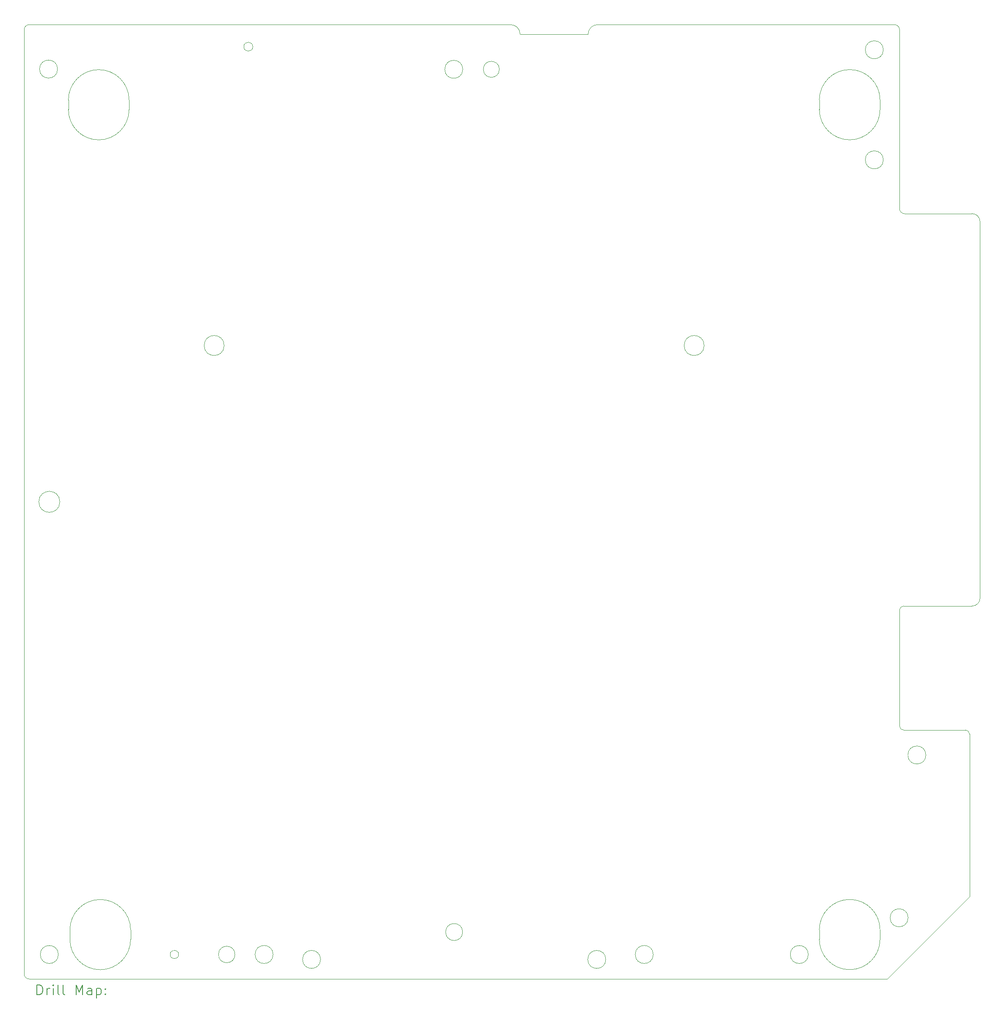
<source format=gbr>
%TF.GenerationSoftware,KiCad,Pcbnew,8.0.4*%
%TF.CreationDate,2024-08-13T12:00:12+02:00*%
%TF.ProjectId,Neptune,4e657074-756e-4652-9e6b-696361645f70,rev?*%
%TF.SameCoordinates,Original*%
%TF.FileFunction,Drillmap*%
%TF.FilePolarity,Positive*%
%FSLAX45Y45*%
G04 Gerber Fmt 4.5, Leading zero omitted, Abs format (unit mm)*
G04 Created by KiCad (PCBNEW 8.0.4) date 2024-08-13 12:00:12*
%MOMM*%
%LPD*%
G01*
G04 APERTURE LIST*
%ADD10C,0.100000*%
%ADD11C,0.050000*%
%ADD12C,0.200000*%
G04 APERTURE END LIST*
D10*
X30126600Y-18859500D02*
G75*
G02*
X29766600Y-18859500I-180000J0D01*
G01*
X29766600Y-18859500D02*
G75*
G02*
X30126600Y-18859500I180000J0D01*
G01*
X31000000Y-18440000D02*
X31000000Y-21690000D01*
X23370000Y-4440000D02*
G75*
G02*
X23560000Y-4250000I190000J0D01*
G01*
X27774560Y-22849840D02*
G75*
G02*
X27414560Y-22849840I-180000J0D01*
G01*
X27414560Y-22849840D02*
G75*
G02*
X27774560Y-22849840I180000J0D01*
G01*
X29350000Y-23340000D02*
X12190000Y-23340000D01*
X12090000Y-4350000D02*
G75*
G02*
X12190000Y-4250000I100000J0D01*
G01*
X14218920Y-22357080D02*
X14218920Y-22547580D01*
X31050000Y-8029688D02*
G75*
G02*
X31210312Y-8190000I0J-160312D01*
G01*
X22010000Y-4440000D02*
X23370000Y-4440000D01*
X14218920Y-22547580D02*
G75*
G02*
X13004800Y-22547580I-607060J0D01*
G01*
X12090000Y-23240000D02*
X12090000Y-4350000D01*
X21595060Y-5143160D02*
G75*
G02*
X21275060Y-5143160I-160000J0D01*
G01*
X21275060Y-5143160D02*
G75*
G02*
X21595060Y-5143160I160000J0D01*
G01*
X15180220Y-22849840D02*
G75*
G02*
X15010220Y-22849840I-85000J0D01*
G01*
X15010220Y-22849840D02*
G75*
G02*
X15180220Y-22849840I85000J0D01*
G01*
X31210312Y-15719688D02*
G75*
G02*
X31050000Y-15880002I-160312J-2D01*
G01*
X27995880Y-22355810D02*
G75*
G02*
X29210000Y-22355810I607060J0D01*
G01*
X29680000Y-18360000D02*
G75*
G02*
X29600000Y-18280000I0J80000D01*
G01*
X24673220Y-22849840D02*
G75*
G02*
X24313220Y-22849840I-180000J0D01*
G01*
X24313220Y-22849840D02*
G75*
G02*
X24673220Y-22849840I180000J0D01*
G01*
X29700000Y-8030000D02*
G75*
G02*
X29600000Y-7930000I0J100000D01*
G01*
X29600000Y-15960000D02*
X29600000Y-18280000D01*
X29275700Y-4752340D02*
G75*
G02*
X28915700Y-4752340I-180000J0D01*
G01*
X28915700Y-4752340D02*
G75*
G02*
X29275700Y-4752340I180000J0D01*
G01*
X29680000Y-18360000D02*
X30920000Y-18360000D01*
X17068800Y-22849840D02*
G75*
G02*
X16708800Y-22849840I-180000J0D01*
G01*
X16708800Y-22849840D02*
G75*
G02*
X17068800Y-22849840I180000J0D01*
G01*
X12974320Y-5756910D02*
X12974320Y-5947410D01*
X12190000Y-23340000D02*
G75*
G02*
X12090000Y-23240000I0J100000D01*
G01*
X31000000Y-21690000D02*
X29350000Y-23340000D01*
X31210000Y-8190000D02*
X31210000Y-15720000D01*
X29700000Y-8030000D02*
X31050000Y-8030000D01*
X12803320Y-13794740D02*
G75*
G02*
X12383320Y-13794740I-210000J0D01*
G01*
X12383320Y-13794740D02*
G75*
G02*
X12803320Y-13794740I210000J0D01*
G01*
X29210000Y-5946140D02*
G75*
G02*
X27995880Y-5946140I-607060J0D01*
G01*
X29210000Y-22546310D02*
G75*
G02*
X27995880Y-22546310I-607060J0D01*
G01*
X29600000Y-15960000D02*
G75*
G02*
X29680000Y-15880000I80000J0D01*
G01*
X29210000Y-22355810D02*
X29210000Y-22546310D01*
X12974320Y-5756910D02*
G75*
G02*
X14188440Y-5756910I607060J0D01*
G01*
X30920000Y-18360000D02*
G75*
G02*
X31000000Y-18440000I0J-80000D01*
G01*
X29771000Y-22115780D02*
G75*
G02*
X29411000Y-22115780I-180000J0D01*
G01*
X29411000Y-22115780D02*
G75*
G02*
X29771000Y-22115780I180000J0D01*
G01*
X31050000Y-15880000D02*
X29680000Y-15880000D01*
X29600000Y-4350000D02*
X29600000Y-7930000D01*
X13004800Y-22357080D02*
G75*
G02*
X14218920Y-22357080I607060J0D01*
G01*
X12758080Y-5138080D02*
G75*
G02*
X12398080Y-5138080I-180000J0D01*
G01*
X12398080Y-5138080D02*
G75*
G02*
X12758080Y-5138080I180000J0D01*
G01*
X18018420Y-22948900D02*
G75*
G02*
X17658420Y-22948900I-180000J0D01*
G01*
X17658420Y-22948900D02*
G75*
G02*
X18018420Y-22948900I180000J0D01*
G01*
X23723600Y-22948900D02*
G75*
G02*
X23363600Y-22948900I-180000J0D01*
G01*
X23363600Y-22948900D02*
G75*
G02*
X23723600Y-22948900I180000J0D01*
G01*
X23560000Y-4250000D02*
X29500000Y-4250000D01*
X27995880Y-5755640D02*
G75*
G02*
X29210000Y-5755640I607060J0D01*
G01*
X12773320Y-22849840D02*
G75*
G02*
X12413320Y-22849840I-180000J0D01*
G01*
X12413320Y-22849840D02*
G75*
G02*
X12773320Y-22849840I180000J0D01*
G01*
X16306700Y-22849840D02*
G75*
G02*
X15976700Y-22849840I-165000J0D01*
G01*
X15976700Y-22849840D02*
G75*
G02*
X16306700Y-22849840I165000J0D01*
G01*
X29275700Y-6954520D02*
G75*
G02*
X28915700Y-6954520I-180000J0D01*
G01*
X28915700Y-6954520D02*
G75*
G02*
X29275700Y-6954520I180000J0D01*
G01*
X12190000Y-4250000D02*
X21820000Y-4250000D01*
X27995880Y-5755640D02*
X27995880Y-5946140D01*
X20860840Y-22400260D02*
G75*
G02*
X20520840Y-22400260I-170000J0D01*
G01*
X20520840Y-22400260D02*
G75*
G02*
X20860840Y-22400260I170000J0D01*
G01*
X29210000Y-5755640D02*
X29210000Y-5946140D01*
X13004800Y-22357080D02*
X13004800Y-22547580D01*
X27995880Y-22355810D02*
X27995880Y-22546310D01*
X21820000Y-4250000D02*
G75*
G02*
X22010000Y-4440000I0J-190000D01*
G01*
X14188440Y-5947410D02*
G75*
G02*
X12974320Y-5947410I-607060J0D01*
G01*
X29500000Y-4250000D02*
G75*
G02*
X29600000Y-4350000I0J-100000D01*
G01*
X14188440Y-5756910D02*
X14188440Y-5947410D01*
X20863220Y-5143160D02*
G75*
G02*
X20503220Y-5143160I-180000J0D01*
G01*
X20503220Y-5143160D02*
G75*
G02*
X20863220Y-5143160I180000J0D01*
G01*
D11*
X16663639Y-4690420D02*
G75*
G02*
X16483361Y-4690420I-90139J0D01*
G01*
X16483361Y-4690420D02*
G75*
G02*
X16663639Y-4690420I90139J0D01*
G01*
X16090240Y-10668000D02*
G75*
G02*
X15690240Y-10668000I-200000J0D01*
G01*
X15690240Y-10668000D02*
G75*
G02*
X16090240Y-10668000I200000J0D01*
G01*
X25691440Y-10668000D02*
G75*
G02*
X25291440Y-10668000I-200000J0D01*
G01*
X25291440Y-10668000D02*
G75*
G02*
X25691440Y-10668000I200000J0D01*
G01*
D12*
X12345777Y-23656484D02*
X12345777Y-23456484D01*
X12345777Y-23456484D02*
X12393396Y-23456484D01*
X12393396Y-23456484D02*
X12421967Y-23466008D01*
X12421967Y-23466008D02*
X12441015Y-23485055D01*
X12441015Y-23485055D02*
X12450539Y-23504103D01*
X12450539Y-23504103D02*
X12460062Y-23542198D01*
X12460062Y-23542198D02*
X12460062Y-23570769D01*
X12460062Y-23570769D02*
X12450539Y-23608865D01*
X12450539Y-23608865D02*
X12441015Y-23627912D01*
X12441015Y-23627912D02*
X12421967Y-23646960D01*
X12421967Y-23646960D02*
X12393396Y-23656484D01*
X12393396Y-23656484D02*
X12345777Y-23656484D01*
X12545777Y-23656484D02*
X12545777Y-23523150D01*
X12545777Y-23561246D02*
X12555301Y-23542198D01*
X12555301Y-23542198D02*
X12564824Y-23532674D01*
X12564824Y-23532674D02*
X12583872Y-23523150D01*
X12583872Y-23523150D02*
X12602920Y-23523150D01*
X12669586Y-23656484D02*
X12669586Y-23523150D01*
X12669586Y-23456484D02*
X12660062Y-23466008D01*
X12660062Y-23466008D02*
X12669586Y-23475531D01*
X12669586Y-23475531D02*
X12679110Y-23466008D01*
X12679110Y-23466008D02*
X12669586Y-23456484D01*
X12669586Y-23456484D02*
X12669586Y-23475531D01*
X12793396Y-23656484D02*
X12774348Y-23646960D01*
X12774348Y-23646960D02*
X12764824Y-23627912D01*
X12764824Y-23627912D02*
X12764824Y-23456484D01*
X12898158Y-23656484D02*
X12879110Y-23646960D01*
X12879110Y-23646960D02*
X12869586Y-23627912D01*
X12869586Y-23627912D02*
X12869586Y-23456484D01*
X13126729Y-23656484D02*
X13126729Y-23456484D01*
X13126729Y-23456484D02*
X13193396Y-23599341D01*
X13193396Y-23599341D02*
X13260062Y-23456484D01*
X13260062Y-23456484D02*
X13260062Y-23656484D01*
X13441015Y-23656484D02*
X13441015Y-23551722D01*
X13441015Y-23551722D02*
X13431491Y-23532674D01*
X13431491Y-23532674D02*
X13412443Y-23523150D01*
X13412443Y-23523150D02*
X13374348Y-23523150D01*
X13374348Y-23523150D02*
X13355301Y-23532674D01*
X13441015Y-23646960D02*
X13421967Y-23656484D01*
X13421967Y-23656484D02*
X13374348Y-23656484D01*
X13374348Y-23656484D02*
X13355301Y-23646960D01*
X13355301Y-23646960D02*
X13345777Y-23627912D01*
X13345777Y-23627912D02*
X13345777Y-23608865D01*
X13345777Y-23608865D02*
X13355301Y-23589817D01*
X13355301Y-23589817D02*
X13374348Y-23580293D01*
X13374348Y-23580293D02*
X13421967Y-23580293D01*
X13421967Y-23580293D02*
X13441015Y-23570769D01*
X13536253Y-23523150D02*
X13536253Y-23723150D01*
X13536253Y-23532674D02*
X13555301Y-23523150D01*
X13555301Y-23523150D02*
X13593396Y-23523150D01*
X13593396Y-23523150D02*
X13612443Y-23532674D01*
X13612443Y-23532674D02*
X13621967Y-23542198D01*
X13621967Y-23542198D02*
X13631491Y-23561246D01*
X13631491Y-23561246D02*
X13631491Y-23618388D01*
X13631491Y-23618388D02*
X13621967Y-23637436D01*
X13621967Y-23637436D02*
X13612443Y-23646960D01*
X13612443Y-23646960D02*
X13593396Y-23656484D01*
X13593396Y-23656484D02*
X13555301Y-23656484D01*
X13555301Y-23656484D02*
X13536253Y-23646960D01*
X13717205Y-23637436D02*
X13726729Y-23646960D01*
X13726729Y-23646960D02*
X13717205Y-23656484D01*
X13717205Y-23656484D02*
X13707682Y-23646960D01*
X13707682Y-23646960D02*
X13717205Y-23637436D01*
X13717205Y-23637436D02*
X13717205Y-23656484D01*
X13717205Y-23532674D02*
X13726729Y-23542198D01*
X13726729Y-23542198D02*
X13717205Y-23551722D01*
X13717205Y-23551722D02*
X13707682Y-23542198D01*
X13707682Y-23542198D02*
X13717205Y-23532674D01*
X13717205Y-23532674D02*
X13717205Y-23551722D01*
M02*

</source>
